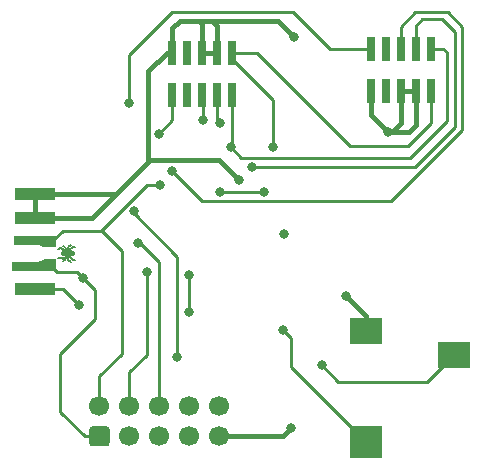
<source format=gtl>
%TF.GenerationSoftware,KiCad,Pcbnew,5.1.8*%
%TF.CreationDate,2020-11-29T17:04:24-06:00*%
%TF.ProjectId,ePenguin-Debug,6550656e-6775-4696-9e2d-44656275672e,rev?*%
%TF.SameCoordinates,Original*%
%TF.FileFunction,Copper,L1,Top*%
%TF.FilePolarity,Positive*%
%FSLAX46Y46*%
G04 Gerber Fmt 4.6, Leading zero omitted, Abs format (unit mm)*
G04 Created by KiCad (PCBNEW 5.1.8) date 2020-11-29 17:04:24*
%MOMM*%
%LPD*%
G01*
G04 APERTURE LIST*
%TA.AperFunction,EtchedComponent*%
%ADD10C,0.460000*%
%TD*%
%TA.AperFunction,EtchedComponent*%
%ADD11C,0.300000*%
%TD*%
%TA.AperFunction,EtchedComponent*%
%ADD12C,0.150000*%
%TD*%
%TA.AperFunction,EtchedComponent*%
%ADD13C,0.001000*%
%TD*%
%TA.AperFunction,EtchedComponent*%
%ADD14C,0.320000*%
%TD*%
%TA.AperFunction,ComponentPad*%
%ADD15C,1.700000*%
%TD*%
%TA.AperFunction,SMDPad,CuDef*%
%ADD16R,0.760000X2.050000*%
%TD*%
%TA.AperFunction,SMDPad,CuDef*%
%ADD17R,0.750000X2.100000*%
%TD*%
%TA.AperFunction,SMDPad,CuDef*%
%ADD18R,3.500000X1.000000*%
%TD*%
%TA.AperFunction,SMDPad,CuDef*%
%ADD19C,0.100000*%
%TD*%
%TA.AperFunction,SMDPad,CuDef*%
%ADD20R,2.800000X2.800000*%
%TD*%
%TA.AperFunction,SMDPad,CuDef*%
%ADD21R,2.800000X2.200000*%
%TD*%
%TA.AperFunction,ViaPad*%
%ADD22C,0.800000*%
%TD*%
%TA.AperFunction,Conductor*%
%ADD23C,0.250000*%
%TD*%
%TA.AperFunction,Conductor*%
%ADD24C,0.400000*%
%TD*%
G04 APERTURE END LIST*
D10*
%TO.C,J1*%
X106460000Y-69010000D02*
X106390000Y-69010000D01*
D11*
X106400000Y-69090000D02*
X105740000Y-69020000D01*
D12*
X106190000Y-69260000D02*
X106520000Y-69540000D01*
X106710000Y-69540000D02*
X106520000Y-69540000D01*
X106150000Y-69210000D02*
X106150000Y-69580000D01*
X106360000Y-69750000D02*
X106150000Y-69580000D01*
X105990000Y-69390000D02*
X106040000Y-69130000D01*
X105990000Y-69390000D02*
X105920000Y-69550000D01*
X105720000Y-69670000D02*
X105910000Y-69560000D01*
D13*
G36*
X105560000Y-69350000D02*
G01*
X105680000Y-69290000D01*
X105820000Y-69290000D01*
X105760000Y-69420000D01*
X105610000Y-69490000D01*
X105640000Y-69400000D01*
X105560000Y-69350000D01*
G37*
X105560000Y-69350000D02*
X105680000Y-69290000D01*
X105820000Y-69290000D01*
X105760000Y-69420000D01*
X105610000Y-69490000D01*
X105640000Y-69400000D01*
X105560000Y-69350000D01*
D12*
X105540000Y-69440000D02*
X105670000Y-69380000D01*
X105330000Y-69370000D02*
X105530000Y-69440000D01*
D11*
X106400000Y-68930000D02*
X105740000Y-69000000D01*
D12*
X106190000Y-68760000D02*
X106520000Y-68480000D01*
X106710000Y-68480000D02*
X106520000Y-68480000D01*
X106150000Y-68810000D02*
X106150000Y-68440000D01*
X106360000Y-68270000D02*
X106150000Y-68440000D01*
X105990000Y-68630000D02*
X106040000Y-68890000D01*
X105990000Y-68630000D02*
X105920000Y-68470000D01*
X105720000Y-68350000D02*
X105910000Y-68460000D01*
D13*
G36*
X105560000Y-68670000D02*
G01*
X105680000Y-68730000D01*
X105820000Y-68730000D01*
X105760000Y-68600000D01*
X105610000Y-68530000D01*
X105640000Y-68620000D01*
X105560000Y-68670000D01*
G37*
X105560000Y-68670000D02*
X105680000Y-68730000D01*
X105820000Y-68730000D01*
X105760000Y-68600000D01*
X105610000Y-68530000D01*
X105640000Y-68620000D01*
X105560000Y-68670000D01*
D12*
X105540000Y-68580000D02*
X105670000Y-68640000D01*
X105330000Y-68650000D02*
X105530000Y-68580000D01*
D14*
X106510000Y-69010000D02*
X105740000Y-69010000D01*
%TD*%
D15*
%TO.P,J3,10*%
%TO.N,Net-(J1-Pad10)*%
X118960000Y-81960000D03*
%TO.P,J3,8*%
%TO.N,Net-(J2-Pad8)*%
X116420000Y-81960000D03*
%TO.P,J3,6*%
%TO.N,Net-(J1-Pad6)*%
X113880000Y-81960000D03*
%TO.P,J3,4*%
%TO.N,Net-(J1-Pad4)*%
X111340000Y-81960000D03*
%TO.P,J3,2*%
%TO.N,Net-(J1-Pad2)*%
X108800000Y-81960000D03*
%TO.P,J3,9*%
%TO.N,GND*%
X118960000Y-84500000D03*
%TO.P,J3,7*%
%TO.N,Net-(J2-Pad7)*%
X116420000Y-84500000D03*
%TO.P,J3,5*%
%TO.N,GND*%
X113880000Y-84500000D03*
%TO.P,J3,3*%
X111340000Y-84500000D03*
%TO.P,J3,1*%
%TO.N,Net-(J1-Pad1)*%
%TA.AperFunction,ComponentPad*%
G36*
G01*
X109400000Y-85350000D02*
X108200000Y-85350000D01*
G75*
G02*
X107950000Y-85100000I0J250000D01*
G01*
X107950000Y-83900000D01*
G75*
G02*
X108200000Y-83650000I250000J0D01*
G01*
X109400000Y-83650000D01*
G75*
G02*
X109650000Y-83900000I0J-250000D01*
G01*
X109650000Y-85100000D01*
G75*
G02*
X109400000Y-85350000I-250000J0D01*
G01*
G37*
%TD.AperFunction*%
%TD*%
D16*
%TO.P,J4,1*%
%TO.N,Net-(J1-Pad1)*%
X120040000Y-52020000D03*
%TO.P,J4,2*%
%TO.N,Net-(J1-Pad2)*%
X120040000Y-55580000D03*
%TO.P,J4,3*%
%TO.N,GND*%
X118770000Y-52020000D03*
%TO.P,J4,4*%
%TO.N,Net-(J1-Pad4)*%
X118770000Y-55580000D03*
%TO.P,J4,5*%
%TO.N,GND*%
X117500000Y-52020000D03*
%TO.P,J4,6*%
%TO.N,Net-(J1-Pad6)*%
X117500000Y-55580000D03*
%TO.P,J4,7*%
%TO.N,N/C*%
X116230000Y-52020000D03*
%TO.P,J4,8*%
X116230000Y-55580000D03*
%TO.P,J4,9*%
%TO.N,GND*%
X114960000Y-52020000D03*
%TO.P,J4,10*%
%TO.N,Net-(J1-Pad10)*%
X114960000Y-55580000D03*
%TD*%
D17*
%TO.P,J2,10*%
%TO.N,Net-(J1-Pad10)*%
X131760000Y-51700000D03*
%TO.P,J2,9*%
%TO.N,GND*%
X131760000Y-55300000D03*
%TO.P,J2,8*%
%TO.N,N/C*%
X133030000Y-51700000D03*
%TO.P,J2,7*%
X133030000Y-55300000D03*
%TO.P,J2,6*%
%TO.N,Net-(J1-Pad6)*%
X134300000Y-51700000D03*
%TO.P,J2,5*%
%TO.N,GND*%
X134300000Y-55300000D03*
%TO.P,J2,4*%
%TO.N,Net-(J1-Pad4)*%
X135570000Y-51700000D03*
%TO.P,J2,3*%
%TO.N,GND*%
X135570000Y-55300000D03*
%TO.P,J2,2*%
%TO.N,Net-(J1-Pad2)*%
X136840000Y-51700000D03*
%TO.P,J2,1*%
%TO.N,Net-(J1-Pad1)*%
X136840000Y-55300000D03*
%TD*%
D18*
%TO.P,J1,7*%
%TO.N,/DEBUG_TX*%
X103350000Y-72000000D03*
%TO.P,J1,9*%
%TO.N,GND*%
X103350000Y-64000000D03*
%TO.P,J1,5*%
X103350000Y-66000000D03*
%TA.AperFunction,SMDPad,CuDef*%
D19*
%TO.P,J1,2*%
%TO.N,Net-(J1-Pad2)*%
G36*
X105100000Y-67500000D02*
G01*
X105100000Y-68500000D01*
X104090000Y-68500000D01*
X104070000Y-68480000D01*
X104020000Y-68440000D01*
X103960000Y-68400000D01*
X103910000Y-68370000D01*
X103860000Y-68350000D01*
X103800000Y-68330000D01*
X103720000Y-68310000D01*
X103610000Y-68300000D01*
X101600000Y-68300000D01*
X101600000Y-67500000D01*
X105100000Y-67500000D01*
G37*
%TD.AperFunction*%
%TA.AperFunction,SMDPad,CuDef*%
%TO.P,J1,1*%
%TO.N,Net-(J1-Pad1)*%
G36*
X103610000Y-69700000D02*
G01*
X103720000Y-69690000D01*
X103800000Y-69670000D01*
X103860000Y-69650000D01*
X103910000Y-69630000D01*
X103960000Y-69600000D01*
X104020000Y-69560000D01*
X104070000Y-69520000D01*
X104090000Y-69500000D01*
X105100000Y-69500000D01*
X105100000Y-70500000D01*
X101400000Y-70500000D01*
X101400000Y-69700000D01*
X103610000Y-69700000D01*
G37*
%TD.AperFunction*%
%TD*%
D20*
%TO.P,CON1,2*%
%TO.N,/DEBUG_RX*%
X131400000Y-85000000D03*
D21*
%TO.P,CON1,1*%
%TO.N,GND*%
X131400000Y-75600000D03*
%TO.P,CON1,3*%
%TO.N,/DEBUG_TX*%
X138800000Y-77600000D03*
%TD*%
D22*
%TO.N,/DEBUG_RX*%
X124300000Y-75500000D03*
%TO.N,GND*%
X133200000Y-58700000D03*
X125000000Y-83800000D03*
X124400000Y-67400000D03*
X125300000Y-50700000D03*
X120600000Y-62800000D03*
X129700000Y-72600000D03*
%TO.N,/DEBUG_TX*%
X107100000Y-73400000D03*
X127600000Y-78500000D03*
%TO.N,Net-(J1-Pad6)*%
X112100000Y-68100000D03*
X117600000Y-57700000D03*
X114900000Y-62000000D03*
%TO.N,Net-(J1-Pad10)*%
X115400000Y-77800000D03*
X111700000Y-65400000D03*
X113800000Y-58900000D03*
X111300000Y-56300000D03*
%TO.N,Net-(J1-Pad4)*%
X112800000Y-70600000D03*
X119000000Y-58000000D03*
X121700000Y-61700000D03*
%TO.N,Net-(J1-Pad2)*%
X119900000Y-60000000D03*
X113900000Y-63200000D03*
%TO.N,Net-(J1-Pad1)*%
X123500000Y-60000000D03*
X119000000Y-63800000D03*
X116400000Y-70800000D03*
X107400000Y-71100000D03*
X116400000Y-74000000D03*
X122700000Y-63800000D03*
%TD*%
D23*
%TO.N,/DEBUG_RX*%
X125000000Y-78600000D02*
X131400000Y-85000000D01*
X125000000Y-76200000D02*
X125000000Y-78600000D01*
X124300000Y-75500000D02*
X125000000Y-76200000D01*
D24*
%TO.N,GND*%
X131760000Y-57260000D02*
X131760000Y-55300000D01*
X133200000Y-58700000D02*
X131760000Y-57260000D01*
X133200000Y-58700000D02*
X133600000Y-58700000D01*
X134300000Y-58000000D02*
X134300000Y-55300000D01*
X133600000Y-58700000D02*
X134300000Y-58000000D01*
X133200000Y-58700000D02*
X135000000Y-58700000D01*
X135570000Y-58130000D02*
X135570000Y-55300000D01*
X135000000Y-58700000D02*
X135570000Y-58130000D01*
X134300000Y-55300000D02*
X135570000Y-55300000D01*
X124300000Y-84500000D02*
X125000000Y-83800000D01*
X118960000Y-84500000D02*
X124300000Y-84500000D01*
X110200000Y-64000000D02*
X103350000Y-64000000D01*
X103350000Y-66000000D02*
X103350000Y-64000000D01*
X108200000Y-66000000D02*
X110200000Y-64000000D01*
X103350000Y-66000000D02*
X108200000Y-66000000D01*
X117500000Y-52020000D02*
X118770000Y-52020000D01*
X114960000Y-52020000D02*
X114960000Y-49960000D01*
X114960000Y-49960000D02*
X115620000Y-49300000D01*
X115620000Y-49300000D02*
X117200000Y-49300000D01*
X117500000Y-49600000D02*
X117500000Y-52020000D01*
X117200000Y-49300000D02*
X117500000Y-49600000D01*
X118770000Y-49770000D02*
X118770000Y-52020000D01*
X118300000Y-49300000D02*
X118770000Y-49770000D01*
X117200000Y-49300000D02*
X118300000Y-49300000D01*
X114960000Y-52020000D02*
X114480000Y-52020000D01*
X114480000Y-52020000D02*
X112950000Y-53550000D01*
X112950000Y-53550000D02*
X112950000Y-61250000D01*
X112950000Y-61250000D02*
X110200000Y-64000000D01*
X123900000Y-49300000D02*
X125300000Y-50700000D01*
X118300000Y-49300000D02*
X123900000Y-49300000D01*
X113100000Y-61100000D02*
X112950000Y-61250000D01*
X118900000Y-61100000D02*
X113100000Y-61100000D01*
X120600000Y-62800000D02*
X118900000Y-61100000D01*
X131400000Y-74300000D02*
X131400000Y-75600000D01*
X129700000Y-72600000D02*
X131400000Y-74300000D01*
D23*
%TO.N,/DEBUG_TX*%
X105700000Y-72000000D02*
X107100000Y-73400000D01*
X103350000Y-72000000D02*
X105700000Y-72000000D01*
X127600000Y-78500000D02*
X129000000Y-79900000D01*
X136500000Y-79900000D02*
X138800000Y-77600000D01*
X129000000Y-79900000D02*
X136500000Y-79900000D01*
%TO.N,Net-(J1-Pad6)*%
X113880000Y-69720000D02*
X113880000Y-81960000D01*
X112260000Y-68100000D02*
X113880000Y-69720000D01*
X112100000Y-68100000D02*
X112260000Y-68100000D01*
X117600000Y-55680000D02*
X117500000Y-55580000D01*
X117600000Y-57700000D02*
X117600000Y-55680000D01*
X134300000Y-51700000D02*
X134300000Y-49800000D01*
X134300000Y-49800000D02*
X135500000Y-48600000D01*
X135500000Y-48600000D02*
X138300000Y-48600000D01*
X138300000Y-48600000D02*
X139500000Y-49800000D01*
X139500000Y-49800000D02*
X139500000Y-58600000D01*
X139500000Y-58600000D02*
X133500000Y-64600000D01*
X133500000Y-64600000D02*
X119700000Y-64600000D01*
X117500000Y-64600000D02*
X114900000Y-62000000D01*
X119700000Y-64600000D02*
X117500000Y-64600000D01*
%TO.N,Net-(J1-Pad10)*%
X115400000Y-69300000D02*
X115400000Y-69400000D01*
X111700000Y-65600000D02*
X115400000Y-69300000D01*
X115400000Y-69400000D02*
X115400000Y-77800000D01*
X111700000Y-65400000D02*
X111700000Y-65600000D01*
X114960000Y-57740000D02*
X114960000Y-55580000D01*
X113800000Y-58900000D02*
X114960000Y-57740000D01*
X125200000Y-48600000D02*
X128300000Y-51700000D01*
X111300000Y-56300000D02*
X111300000Y-52200000D01*
X128300000Y-51700000D02*
X131760000Y-51700000D01*
X114900000Y-48600000D02*
X125200000Y-48600000D01*
X111300000Y-52200000D02*
X114900000Y-48600000D01*
%TO.N,Net-(J1-Pad4)*%
X111340000Y-81960000D02*
X111340000Y-79060000D01*
X112800000Y-77600000D02*
X112800000Y-70600000D01*
X111340000Y-79060000D02*
X112800000Y-77600000D01*
X118770000Y-57770000D02*
X118770000Y-55580000D01*
X119000000Y-58000000D02*
X118770000Y-57770000D01*
X135570000Y-51700000D02*
X135570000Y-49730000D01*
X135570000Y-49730000D02*
X136100000Y-49200000D01*
X136100000Y-49200000D02*
X137800000Y-49200000D01*
X137800000Y-49200000D02*
X138900000Y-50300000D01*
X138900000Y-50300000D02*
X138900000Y-58300000D01*
X135500000Y-61700000D02*
X121700000Y-61700000D01*
X138900000Y-58300000D02*
X135500000Y-61700000D01*
%TO.N,Net-(J1-Pad2)*%
X104600000Y-68000000D02*
X104800000Y-68000000D01*
X104800000Y-68000000D02*
X105700000Y-67100000D01*
X105700000Y-67100000D02*
X108000000Y-67100000D01*
X120000000Y-55620000D02*
X120040000Y-55580000D01*
X120000000Y-59900000D02*
X120000000Y-55620000D01*
X119900000Y-60000000D02*
X120000000Y-59900000D01*
X108800000Y-79400000D02*
X108800000Y-81960000D01*
X110700000Y-77500000D02*
X108800000Y-79400000D01*
X110700000Y-68800000D02*
X110700000Y-77500000D01*
X109000000Y-67100000D02*
X110700000Y-68800000D01*
X108000000Y-67100000D02*
X109000000Y-67100000D01*
X136840000Y-51700000D02*
X137900000Y-51700000D01*
X137900000Y-51700000D02*
X138200000Y-52000000D01*
X138200000Y-52000000D02*
X138200000Y-57800000D01*
X138200000Y-57800000D02*
X135100000Y-60900000D01*
X120800000Y-60900000D02*
X119900000Y-60000000D01*
X135100000Y-60900000D02*
X120800000Y-60900000D01*
X108900000Y-67100000D02*
X108000000Y-67100000D01*
X112800000Y-63200000D02*
X108900000Y-67100000D01*
X113900000Y-63200000D02*
X112800000Y-63200000D01*
%TO.N,Net-(J1-Pad1)*%
X108800000Y-84500000D02*
X107600000Y-84500000D01*
X107600000Y-84500000D02*
X105500000Y-82400000D01*
X105500000Y-82400000D02*
X105500000Y-77500000D01*
X105500000Y-77500000D02*
X108400000Y-74600000D01*
X108400000Y-74600000D02*
X108400000Y-72100000D01*
X105200000Y-70600000D02*
X104600000Y-70000000D01*
X106900000Y-70600000D02*
X105200000Y-70600000D01*
X130000000Y-59900000D02*
X134900000Y-59900000D01*
X136840000Y-57960000D02*
X136840000Y-55300000D01*
X122120000Y-52020000D02*
X130000000Y-59900000D01*
X134900000Y-59900000D02*
X136840000Y-57960000D01*
X120040000Y-52020000D02*
X122120000Y-52020000D01*
X120040000Y-52020000D02*
X120040000Y-52140000D01*
X120040000Y-52020000D02*
X120040000Y-52540000D01*
X123500000Y-56000000D02*
X123500000Y-60000000D01*
X120040000Y-52540000D02*
X123500000Y-56000000D01*
X106900000Y-70600000D02*
X107400000Y-71100000D01*
X108400000Y-72100000D02*
X107400000Y-71100000D01*
X116400000Y-70800000D02*
X116400000Y-74000000D01*
X122700000Y-63800000D02*
X119000000Y-63800000D01*
%TD*%
M02*

</source>
